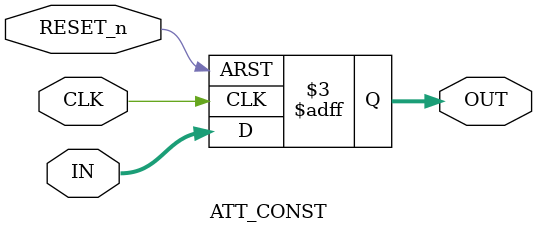
<source format=sv>

`default_nettype none

/***********************************************************************
 * アッテネーターパッケージ
 ***********************************************************************/
package ATTENUATOR;
    localparam [15:0] ATT_MUTE  = 0;
    localparam [15:0] ATT_m0dB  = { 8'd  1, 8'd  1}; //  1/1
    localparam [15:0] ATT_m1dB  = { 8'd  8, 8'd  9}; //  1/1.122
    localparam [15:0] ATT_m2dB  = { 8'd 23, 8'd 29}; //  1/1.259
    localparam [15:0] ATT_m3dB  = { 8'd 12, 8'd 17}; //  1/1.413
    localparam [15:0] ATT_m4dB  = { 8'd 12, 8'd 19}; //  1/1.585
    localparam [15:0] ATT_m5dB  = { 8'd  9, 8'd 16}; //  1/1.778
    localparam [15:0] ATT_m6dB  = { 8'd  1, 8'd  2}; //  1/1.995
    localparam [15:0] ATT_m7dB  = { 8'd 21, 8'd 47}; //  1/2.239
    localparam [15:0] ATT_m8dB  = { 8'd 41, 8'd103}; //  1/2.512
    localparam [15:0] ATT_m9dB  = { 8'd 11, 8'd 31}; //  1/2.818
    localparam [15:0] ATT_m10dB = { 8'd  6, 8'd 19}; //  1/3.162
    localparam [15:0] ATT_m11dB = { 8'd 11, 8'd 39}; //  1/3.548
    localparam [15:0] ATT_m12dB = { 8'd  1, 8'd  4}; //  1/3.981
    localparam [15:0] ATT_m13dB = { 8'd 15, 8'd 67}; //  1/4.467
    localparam [15:0] ATT_m14dB = { 8'd  1, 8'd  5}; //  1/5.012
    localparam [15:0] ATT_m15dB = { 8'd  8, 8'd 45}; //  1/5.623
    localparam [15:0] ATT_m16dB = { 8'd 13, 8'd 82}; //  1/6.310
    localparam [15:0] ATT_m17dB = { 8'd 13, 8'd 92}; //  1/7.079
    localparam [15:0] ATT_m18dB = { 8'd  1, 8'd  8}; //  1/7.943
    localparam [15:0] ATT_m19dB = { 8'd 11, 8'd 98}; //  1/8.913
    localparam [15:0] ATT_m20dB = { 8'd  1, 8'd 10}; //  1/10.00
endpackage

/***********************************************************************
 * アッテネーターモジュール
 ***********************************************************************/
module ATT_CONST #( 
    parameter   BIT_WIDTH = 10,
    parameter   MUL = 4,
    parameter   DIV = 4
)(
    input wire          CLK,
    input wire          RESET_n,
    input  wire [BIT_WIDTH-1:0]     IN,
    output reg  [BIT_WIDTH-1:0]     OUT
);
    if(MUL == 0 || DIV == 0) begin
        // 0 の場合は MUTE
        always_ff @(posedge CLK or negedge RESET_n) begin
            if(!RESET_n)    OUT <= 0;
            else            OUT <= 0;
        end
    end
    else if(MUL == DIV) begin
        // 0dB
        always_ff @(posedge CLK or negedge RESET_n) begin
            if(!RESET_n)    OUT <= 0;
            else            OUT <= IN;
        end
    end
    else if(MUL * 2 == DIV) begin
        // -6dB
        always_ff @(posedge CLK or negedge RESET_n) begin
            if(!RESET_n)    OUT <= 0;
            else            OUT <= { IN[$bits(IN)-1], IN[$bits(IN)-1:1]};
        end
    end
    else if(MUL * 4 == DIV) begin
        // -12dB
        always_ff @(posedge CLK or negedge RESET_n) begin
            if(!RESET_n)    OUT <= 0;
            else            OUT <= { IN[$bits(IN)-1],IN[$bits(IN)-1], IN[$bits(IN)-1:2]};
        end
    end
    else if(MUL * 8 == DIV) begin
        // -18dB
        always_ff @(posedge CLK or negedge RESET_n) begin
            if(!RESET_n)    OUT <= 0;
            else            OUT <= { IN[$bits(IN)-1],IN[$bits(IN)-1],IN[$bits(IN)-1], IN[$bits(IN)-1:3]};
        end
    end
    else if(MUL * 16 == DIV) begin
        // -18dB
        always_ff @(posedge CLK or negedge RESET_n) begin
            if(!RESET_n)    OUT <= 0;
            else            OUT <= { IN[$bits(IN)-1],IN[$bits(IN)-1],IN[$bits(IN)-1],IN[$bits(IN)-1], IN[$bits(IN)-1:4]};
        end
    end
    else if(MUL * 32 == DIV) begin
        // -24dB
        always_ff @(posedge CLK or negedge RESET_n) begin
            if(!RESET_n)    OUT <= 0;
            else            OUT <= { IN[$bits(IN)-1],IN[$bits(IN)-1],IN[$bits(IN)-1],IN[$bits(IN)-1],IN[$bits(IN)-1], IN[$bits(IN)-1:5]};
        end
    end
    else begin

        localparam RESO = 4;    // 1LSB の分解能
        wire sign = IN[BIT_WIDTH - 1];

        /***************************************************************
         * 絶対値を得る
         ***************************************************************/
        logic [BIT_WIDTH-1:0] abs_value;
        always_comb begin
            abs_value = sign ? (~IN + 1'd1) : IN;
        end

        /***************************************************************
         * ビット毎に計算
         ***************************************************************/
        logic [BIT_WIDTH+RESO-1:0] bit_val[0:BIT_WIDTH-1];
        genvar bit_cnt;
        for(bit_cnt = 0; bit_cnt < BIT_WIDTH; bit_cnt = bit_cnt + 1) begin: bit_loop
            always_comb begin
                bit_val[bit_cnt] = abs_value[bit_cnt] ? ((2 ** (bit_cnt + RESO)) * MUL / DIV) : 0;
            end
        end

        /***************************************************************
         * 全ビットの値を加算
         ***************************************************************/
        logic [BIT_WIDTH+RESO-1:0] sum[0:BIT_WIDTH-1];
        genvar sum_cnt;
        for(sum_cnt = 0; sum_cnt < BIT_WIDTH; sum_cnt = sum_cnt + 1) begin: sum_loop
            if(sum_cnt == BIT_WIDTH-1) begin
                always_comb begin
                    sum[sum_cnt] = bit_val[sum_cnt];
                end
            end
            else begin
                always_comb begin
                    sum[sum_cnt] = sum[sum_cnt + 1] + bit_val[sum_cnt];
                end
            end
        end

        /***************************************************************
         * RESO のビット数だけ丸める
         ***************************************************************/
        wire [BIT_WIDTH-1:0] result = sum[0][$bits(sum[0])-1:RESO];

        /***************************************************************
         * 結果を格納
         ***************************************************************/
        always_ff @(posedge CLK or negedge RESET_n) begin
            if(!RESET_n) OUT <= 0;
            else OUT <= sign ? (~(result - 1'd1)) : result;
        end
    end

endmodule

`default_nettype wire

</source>
